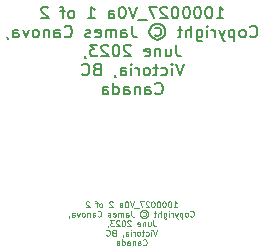
<source format=gbo>
%TF.GenerationSoftware,KiCad,Pcbnew,6.0.10-86aedd382b~118~ubuntu18.04.1*%
%TF.CreationDate,2023-06-08T12:44:11-07:00*%
%TF.ProjectId,1000027_V0,31303030-3032-4375-9f56-302e6b696361,rev?*%
%TF.SameCoordinates,Original*%
%TF.FileFunction,Legend,Bot*%
%TF.FilePolarity,Positive*%
%FSLAX46Y46*%
G04 Gerber Fmt 4.6, Leading zero omitted, Abs format (unit mm)*
G04 Created by KiCad (PCBNEW 6.0.10-86aedd382b~118~ubuntu18.04.1) date 2023-06-08 12:44:11*
%MOMM*%
%LPD*%
G01*
G04 APERTURE LIST*
%ADD10C,0.150000*%
%ADD11C,0.120000*%
G04 APERTURE END LIST*
D10*
X156767857Y-78797380D02*
X157339285Y-78797380D01*
X157053571Y-78797380D02*
X157053571Y-77797380D01*
X157148809Y-77940238D01*
X157244047Y-78035476D01*
X157339285Y-78083095D01*
X156148809Y-77797380D02*
X156053571Y-77797380D01*
X155958333Y-77845000D01*
X155910714Y-77892619D01*
X155863095Y-77987857D01*
X155815476Y-78178333D01*
X155815476Y-78416428D01*
X155863095Y-78606904D01*
X155910714Y-78702142D01*
X155958333Y-78749761D01*
X156053571Y-78797380D01*
X156148809Y-78797380D01*
X156244047Y-78749761D01*
X156291666Y-78702142D01*
X156339285Y-78606904D01*
X156386904Y-78416428D01*
X156386904Y-78178333D01*
X156339285Y-77987857D01*
X156291666Y-77892619D01*
X156244047Y-77845000D01*
X156148809Y-77797380D01*
X155196428Y-77797380D02*
X155101190Y-77797380D01*
X155005952Y-77845000D01*
X154958333Y-77892619D01*
X154910714Y-77987857D01*
X154863095Y-78178333D01*
X154863095Y-78416428D01*
X154910714Y-78606904D01*
X154958333Y-78702142D01*
X155005952Y-78749761D01*
X155101190Y-78797380D01*
X155196428Y-78797380D01*
X155291666Y-78749761D01*
X155339285Y-78702142D01*
X155386904Y-78606904D01*
X155434523Y-78416428D01*
X155434523Y-78178333D01*
X155386904Y-77987857D01*
X155339285Y-77892619D01*
X155291666Y-77845000D01*
X155196428Y-77797380D01*
X154244047Y-77797380D02*
X154148809Y-77797380D01*
X154053571Y-77845000D01*
X154005952Y-77892619D01*
X153958333Y-77987857D01*
X153910714Y-78178333D01*
X153910714Y-78416428D01*
X153958333Y-78606904D01*
X154005952Y-78702142D01*
X154053571Y-78749761D01*
X154148809Y-78797380D01*
X154244047Y-78797380D01*
X154339285Y-78749761D01*
X154386904Y-78702142D01*
X154434523Y-78606904D01*
X154482142Y-78416428D01*
X154482142Y-78178333D01*
X154434523Y-77987857D01*
X154386904Y-77892619D01*
X154339285Y-77845000D01*
X154244047Y-77797380D01*
X153291666Y-77797380D02*
X153196428Y-77797380D01*
X153101190Y-77845000D01*
X153053571Y-77892619D01*
X153005952Y-77987857D01*
X152958333Y-78178333D01*
X152958333Y-78416428D01*
X153005952Y-78606904D01*
X153053571Y-78702142D01*
X153101190Y-78749761D01*
X153196428Y-78797380D01*
X153291666Y-78797380D01*
X153386904Y-78749761D01*
X153434523Y-78702142D01*
X153482142Y-78606904D01*
X153529761Y-78416428D01*
X153529761Y-78178333D01*
X153482142Y-77987857D01*
X153434523Y-77892619D01*
X153386904Y-77845000D01*
X153291666Y-77797380D01*
X152577380Y-77892619D02*
X152529761Y-77845000D01*
X152434523Y-77797380D01*
X152196428Y-77797380D01*
X152101190Y-77845000D01*
X152053571Y-77892619D01*
X152005952Y-77987857D01*
X152005952Y-78083095D01*
X152053571Y-78225952D01*
X152625000Y-78797380D01*
X152005952Y-78797380D01*
X151672619Y-77797380D02*
X151005952Y-77797380D01*
X151434523Y-78797380D01*
X150863095Y-78892619D02*
X150101190Y-78892619D01*
X150005952Y-77797380D02*
X149672619Y-78797380D01*
X149339285Y-77797380D01*
X148815476Y-77797380D02*
X148720238Y-77797380D01*
X148625000Y-77845000D01*
X148577380Y-77892619D01*
X148529761Y-77987857D01*
X148482142Y-78178333D01*
X148482142Y-78416428D01*
X148529761Y-78606904D01*
X148577380Y-78702142D01*
X148625000Y-78749761D01*
X148720238Y-78797380D01*
X148815476Y-78797380D01*
X148910714Y-78749761D01*
X148958333Y-78702142D01*
X149005952Y-78606904D01*
X149053571Y-78416428D01*
X149053571Y-78178333D01*
X149005952Y-77987857D01*
X148958333Y-77892619D01*
X148910714Y-77845000D01*
X148815476Y-77797380D01*
X147625000Y-78797380D02*
X147625000Y-78273571D01*
X147672619Y-78178333D01*
X147767857Y-78130714D01*
X147958333Y-78130714D01*
X148053571Y-78178333D01*
X147625000Y-78749761D02*
X147720238Y-78797380D01*
X147958333Y-78797380D01*
X148053571Y-78749761D01*
X148101190Y-78654523D01*
X148101190Y-78559285D01*
X148053571Y-78464047D01*
X147958333Y-78416428D01*
X147720238Y-78416428D01*
X147625000Y-78368809D01*
X145863095Y-78797380D02*
X146434523Y-78797380D01*
X146148809Y-78797380D02*
X146148809Y-77797380D01*
X146244047Y-77940238D01*
X146339285Y-78035476D01*
X146434523Y-78083095D01*
X144529761Y-78797380D02*
X144625000Y-78749761D01*
X144672619Y-78702142D01*
X144720238Y-78606904D01*
X144720238Y-78321190D01*
X144672619Y-78225952D01*
X144625000Y-78178333D01*
X144529761Y-78130714D01*
X144386904Y-78130714D01*
X144291666Y-78178333D01*
X144244047Y-78225952D01*
X144196428Y-78321190D01*
X144196428Y-78606904D01*
X144244047Y-78702142D01*
X144291666Y-78749761D01*
X144386904Y-78797380D01*
X144529761Y-78797380D01*
X143910714Y-78130714D02*
X143529761Y-78130714D01*
X143767857Y-78797380D02*
X143767857Y-77940238D01*
X143720238Y-77845000D01*
X143625000Y-77797380D01*
X143529761Y-77797380D01*
X142482142Y-77892619D02*
X142434523Y-77845000D01*
X142339285Y-77797380D01*
X142101190Y-77797380D01*
X142005952Y-77845000D01*
X141958333Y-77892619D01*
X141910714Y-77987857D01*
X141910714Y-78083095D01*
X141958333Y-78225952D01*
X142529761Y-78797380D01*
X141910714Y-78797380D01*
X159601190Y-80312142D02*
X159648809Y-80359761D01*
X159791666Y-80407380D01*
X159886904Y-80407380D01*
X160029761Y-80359761D01*
X160125000Y-80264523D01*
X160172619Y-80169285D01*
X160220238Y-79978809D01*
X160220238Y-79835952D01*
X160172619Y-79645476D01*
X160125000Y-79550238D01*
X160029761Y-79455000D01*
X159886904Y-79407380D01*
X159791666Y-79407380D01*
X159648809Y-79455000D01*
X159601190Y-79502619D01*
X159029761Y-80407380D02*
X159125000Y-80359761D01*
X159172619Y-80312142D01*
X159220238Y-80216904D01*
X159220238Y-79931190D01*
X159172619Y-79835952D01*
X159125000Y-79788333D01*
X159029761Y-79740714D01*
X158886904Y-79740714D01*
X158791666Y-79788333D01*
X158744047Y-79835952D01*
X158696428Y-79931190D01*
X158696428Y-80216904D01*
X158744047Y-80312142D01*
X158791666Y-80359761D01*
X158886904Y-80407380D01*
X159029761Y-80407380D01*
X158267857Y-79740714D02*
X158267857Y-80740714D01*
X158267857Y-79788333D02*
X158172619Y-79740714D01*
X157982142Y-79740714D01*
X157886904Y-79788333D01*
X157839285Y-79835952D01*
X157791666Y-79931190D01*
X157791666Y-80216904D01*
X157839285Y-80312142D01*
X157886904Y-80359761D01*
X157982142Y-80407380D01*
X158172619Y-80407380D01*
X158267857Y-80359761D01*
X157458333Y-79740714D02*
X157220238Y-80407380D01*
X156982142Y-79740714D02*
X157220238Y-80407380D01*
X157315476Y-80645476D01*
X157363095Y-80693095D01*
X157458333Y-80740714D01*
X156601190Y-80407380D02*
X156601190Y-79740714D01*
X156601190Y-79931190D02*
X156553571Y-79835952D01*
X156505952Y-79788333D01*
X156410714Y-79740714D01*
X156315476Y-79740714D01*
X155982142Y-80407380D02*
X155982142Y-79740714D01*
X155982142Y-79407380D02*
X156029761Y-79455000D01*
X155982142Y-79502619D01*
X155934523Y-79455000D01*
X155982142Y-79407380D01*
X155982142Y-79502619D01*
X155077380Y-79740714D02*
X155077380Y-80550238D01*
X155125000Y-80645476D01*
X155172619Y-80693095D01*
X155267857Y-80740714D01*
X155410714Y-80740714D01*
X155505952Y-80693095D01*
X155077380Y-80359761D02*
X155172619Y-80407380D01*
X155363095Y-80407380D01*
X155458333Y-80359761D01*
X155505952Y-80312142D01*
X155553571Y-80216904D01*
X155553571Y-79931190D01*
X155505952Y-79835952D01*
X155458333Y-79788333D01*
X155363095Y-79740714D01*
X155172619Y-79740714D01*
X155077380Y-79788333D01*
X154601190Y-80407380D02*
X154601190Y-79407380D01*
X154172619Y-80407380D02*
X154172619Y-79883571D01*
X154220238Y-79788333D01*
X154315476Y-79740714D01*
X154458333Y-79740714D01*
X154553571Y-79788333D01*
X154601190Y-79835952D01*
X153839285Y-79740714D02*
X153458333Y-79740714D01*
X153696428Y-79407380D02*
X153696428Y-80264523D01*
X153648809Y-80359761D01*
X153553571Y-80407380D01*
X153458333Y-80407380D01*
X151553571Y-79645476D02*
X151648809Y-79597857D01*
X151839285Y-79597857D01*
X151934523Y-79645476D01*
X152029761Y-79740714D01*
X152077380Y-79835952D01*
X152077380Y-80026428D01*
X152029761Y-80121666D01*
X151934523Y-80216904D01*
X151839285Y-80264523D01*
X151648809Y-80264523D01*
X151553571Y-80216904D01*
X151744047Y-79264523D02*
X151982142Y-79312142D01*
X152220238Y-79455000D01*
X152363095Y-79693095D01*
X152410714Y-79931190D01*
X152363095Y-80169285D01*
X152220238Y-80407380D01*
X151982142Y-80550238D01*
X151744047Y-80597857D01*
X151505952Y-80550238D01*
X151267857Y-80407380D01*
X151125000Y-80169285D01*
X151077380Y-79931190D01*
X151125000Y-79693095D01*
X151267857Y-79455000D01*
X151505952Y-79312142D01*
X151744047Y-79264523D01*
X149601190Y-79407380D02*
X149601190Y-80121666D01*
X149648809Y-80264523D01*
X149744047Y-80359761D01*
X149886904Y-80407380D01*
X149982142Y-80407380D01*
X148696428Y-80407380D02*
X148696428Y-79883571D01*
X148744047Y-79788333D01*
X148839285Y-79740714D01*
X149029761Y-79740714D01*
X149125000Y-79788333D01*
X148696428Y-80359761D02*
X148791666Y-80407380D01*
X149029761Y-80407380D01*
X149125000Y-80359761D01*
X149172619Y-80264523D01*
X149172619Y-80169285D01*
X149125000Y-80074047D01*
X149029761Y-80026428D01*
X148791666Y-80026428D01*
X148696428Y-79978809D01*
X148220238Y-80407380D02*
X148220238Y-79740714D01*
X148220238Y-79835952D02*
X148172619Y-79788333D01*
X148077380Y-79740714D01*
X147934523Y-79740714D01*
X147839285Y-79788333D01*
X147791666Y-79883571D01*
X147791666Y-80407380D01*
X147791666Y-79883571D02*
X147744047Y-79788333D01*
X147648809Y-79740714D01*
X147505952Y-79740714D01*
X147410714Y-79788333D01*
X147363095Y-79883571D01*
X147363095Y-80407380D01*
X146505952Y-80359761D02*
X146601190Y-80407380D01*
X146791666Y-80407380D01*
X146886904Y-80359761D01*
X146934523Y-80264523D01*
X146934523Y-79883571D01*
X146886904Y-79788333D01*
X146791666Y-79740714D01*
X146601190Y-79740714D01*
X146505952Y-79788333D01*
X146458333Y-79883571D01*
X146458333Y-79978809D01*
X146934523Y-80074047D01*
X146077380Y-80359761D02*
X145982142Y-80407380D01*
X145791666Y-80407380D01*
X145696428Y-80359761D01*
X145648809Y-80264523D01*
X145648809Y-80216904D01*
X145696428Y-80121666D01*
X145791666Y-80074047D01*
X145934523Y-80074047D01*
X146029761Y-80026428D01*
X146077380Y-79931190D01*
X146077380Y-79883571D01*
X146029761Y-79788333D01*
X145934523Y-79740714D01*
X145791666Y-79740714D01*
X145696428Y-79788333D01*
X143886904Y-80312142D02*
X143934523Y-80359761D01*
X144077380Y-80407380D01*
X144172619Y-80407380D01*
X144315476Y-80359761D01*
X144410714Y-80264523D01*
X144458333Y-80169285D01*
X144505952Y-79978809D01*
X144505952Y-79835952D01*
X144458333Y-79645476D01*
X144410714Y-79550238D01*
X144315476Y-79455000D01*
X144172619Y-79407380D01*
X144077380Y-79407380D01*
X143934523Y-79455000D01*
X143886904Y-79502619D01*
X143029761Y-80407380D02*
X143029761Y-79883571D01*
X143077380Y-79788333D01*
X143172619Y-79740714D01*
X143363095Y-79740714D01*
X143458333Y-79788333D01*
X143029761Y-80359761D02*
X143125000Y-80407380D01*
X143363095Y-80407380D01*
X143458333Y-80359761D01*
X143505952Y-80264523D01*
X143505952Y-80169285D01*
X143458333Y-80074047D01*
X143363095Y-80026428D01*
X143125000Y-80026428D01*
X143029761Y-79978809D01*
X142553571Y-79740714D02*
X142553571Y-80407380D01*
X142553571Y-79835952D02*
X142505952Y-79788333D01*
X142410714Y-79740714D01*
X142267857Y-79740714D01*
X142172619Y-79788333D01*
X142125000Y-79883571D01*
X142125000Y-80407380D01*
X141505952Y-80407380D02*
X141601190Y-80359761D01*
X141648809Y-80312142D01*
X141696428Y-80216904D01*
X141696428Y-79931190D01*
X141648809Y-79835952D01*
X141601190Y-79788333D01*
X141505952Y-79740714D01*
X141363095Y-79740714D01*
X141267857Y-79788333D01*
X141220238Y-79835952D01*
X141172619Y-79931190D01*
X141172619Y-80216904D01*
X141220238Y-80312142D01*
X141267857Y-80359761D01*
X141363095Y-80407380D01*
X141505952Y-80407380D01*
X140839285Y-79740714D02*
X140601190Y-80407380D01*
X140363095Y-79740714D01*
X139553571Y-80407380D02*
X139553571Y-79883571D01*
X139601190Y-79788333D01*
X139696428Y-79740714D01*
X139886904Y-79740714D01*
X139982142Y-79788333D01*
X139553571Y-80359761D02*
X139648809Y-80407380D01*
X139886904Y-80407380D01*
X139982142Y-80359761D01*
X140029761Y-80264523D01*
X140029761Y-80169285D01*
X139982142Y-80074047D01*
X139886904Y-80026428D01*
X139648809Y-80026428D01*
X139553571Y-79978809D01*
X139029761Y-80359761D02*
X139029761Y-80407380D01*
X139077380Y-80502619D01*
X139125000Y-80550238D01*
X153339285Y-81017380D02*
X153339285Y-81731666D01*
X153386904Y-81874523D01*
X153482142Y-81969761D01*
X153625000Y-82017380D01*
X153720238Y-82017380D01*
X152434523Y-81350714D02*
X152434523Y-82017380D01*
X152863095Y-81350714D02*
X152863095Y-81874523D01*
X152815476Y-81969761D01*
X152720238Y-82017380D01*
X152577380Y-82017380D01*
X152482142Y-81969761D01*
X152434523Y-81922142D01*
X151958333Y-81350714D02*
X151958333Y-82017380D01*
X151958333Y-81445952D02*
X151910714Y-81398333D01*
X151815476Y-81350714D01*
X151672619Y-81350714D01*
X151577380Y-81398333D01*
X151529761Y-81493571D01*
X151529761Y-82017380D01*
X150672619Y-81969761D02*
X150767857Y-82017380D01*
X150958333Y-82017380D01*
X151053571Y-81969761D01*
X151101190Y-81874523D01*
X151101190Y-81493571D01*
X151053571Y-81398333D01*
X150958333Y-81350714D01*
X150767857Y-81350714D01*
X150672619Y-81398333D01*
X150625000Y-81493571D01*
X150625000Y-81588809D01*
X151101190Y-81684047D01*
X149482142Y-81112619D02*
X149434523Y-81065000D01*
X149339285Y-81017380D01*
X149101190Y-81017380D01*
X149005952Y-81065000D01*
X148958333Y-81112619D01*
X148910714Y-81207857D01*
X148910714Y-81303095D01*
X148958333Y-81445952D01*
X149529761Y-82017380D01*
X148910714Y-82017380D01*
X148291666Y-81017380D02*
X148196428Y-81017380D01*
X148101190Y-81065000D01*
X148053571Y-81112619D01*
X148005952Y-81207857D01*
X147958333Y-81398333D01*
X147958333Y-81636428D01*
X148005952Y-81826904D01*
X148053571Y-81922142D01*
X148101190Y-81969761D01*
X148196428Y-82017380D01*
X148291666Y-82017380D01*
X148386904Y-81969761D01*
X148434523Y-81922142D01*
X148482142Y-81826904D01*
X148529761Y-81636428D01*
X148529761Y-81398333D01*
X148482142Y-81207857D01*
X148434523Y-81112619D01*
X148386904Y-81065000D01*
X148291666Y-81017380D01*
X147577380Y-81112619D02*
X147529761Y-81065000D01*
X147434523Y-81017380D01*
X147196428Y-81017380D01*
X147101190Y-81065000D01*
X147053571Y-81112619D01*
X147005952Y-81207857D01*
X147005952Y-81303095D01*
X147053571Y-81445952D01*
X147625000Y-82017380D01*
X147005952Y-82017380D01*
X146672619Y-81017380D02*
X146053571Y-81017380D01*
X146386904Y-81398333D01*
X146244047Y-81398333D01*
X146148809Y-81445952D01*
X146101190Y-81493571D01*
X146053571Y-81588809D01*
X146053571Y-81826904D01*
X146101190Y-81922142D01*
X146148809Y-81969761D01*
X146244047Y-82017380D01*
X146529761Y-82017380D01*
X146625000Y-81969761D01*
X146672619Y-81922142D01*
X145577380Y-81969761D02*
X145577380Y-82017380D01*
X145625000Y-82112619D01*
X145672619Y-82160238D01*
X153982142Y-82627380D02*
X153648809Y-83627380D01*
X153315476Y-82627380D01*
X152982142Y-83627380D02*
X152982142Y-82960714D01*
X152982142Y-82627380D02*
X153029761Y-82675000D01*
X152982142Y-82722619D01*
X152934523Y-82675000D01*
X152982142Y-82627380D01*
X152982142Y-82722619D01*
X152077380Y-83579761D02*
X152172619Y-83627380D01*
X152363095Y-83627380D01*
X152458333Y-83579761D01*
X152505952Y-83532142D01*
X152553571Y-83436904D01*
X152553571Y-83151190D01*
X152505952Y-83055952D01*
X152458333Y-83008333D01*
X152363095Y-82960714D01*
X152172619Y-82960714D01*
X152077380Y-83008333D01*
X151791666Y-82960714D02*
X151410714Y-82960714D01*
X151648809Y-82627380D02*
X151648809Y-83484523D01*
X151601190Y-83579761D01*
X151505952Y-83627380D01*
X151410714Y-83627380D01*
X150934523Y-83627380D02*
X151029761Y-83579761D01*
X151077380Y-83532142D01*
X151125000Y-83436904D01*
X151125000Y-83151190D01*
X151077380Y-83055952D01*
X151029761Y-83008333D01*
X150934523Y-82960714D01*
X150791666Y-82960714D01*
X150696428Y-83008333D01*
X150648809Y-83055952D01*
X150601190Y-83151190D01*
X150601190Y-83436904D01*
X150648809Y-83532142D01*
X150696428Y-83579761D01*
X150791666Y-83627380D01*
X150934523Y-83627380D01*
X150172619Y-83627380D02*
X150172619Y-82960714D01*
X150172619Y-83151190D02*
X150125000Y-83055952D01*
X150077380Y-83008333D01*
X149982142Y-82960714D01*
X149886904Y-82960714D01*
X149553571Y-83627380D02*
X149553571Y-82960714D01*
X149553571Y-82627380D02*
X149601190Y-82675000D01*
X149553571Y-82722619D01*
X149505952Y-82675000D01*
X149553571Y-82627380D01*
X149553571Y-82722619D01*
X148648809Y-83627380D02*
X148648809Y-83103571D01*
X148696428Y-83008333D01*
X148791666Y-82960714D01*
X148982142Y-82960714D01*
X149077380Y-83008333D01*
X148648809Y-83579761D02*
X148744047Y-83627380D01*
X148982142Y-83627380D01*
X149077380Y-83579761D01*
X149125000Y-83484523D01*
X149125000Y-83389285D01*
X149077380Y-83294047D01*
X148982142Y-83246428D01*
X148744047Y-83246428D01*
X148648809Y-83198809D01*
X148125000Y-83579761D02*
X148125000Y-83627380D01*
X148172619Y-83722619D01*
X148220238Y-83770238D01*
X146601190Y-83103571D02*
X146458333Y-83151190D01*
X146410714Y-83198809D01*
X146363095Y-83294047D01*
X146363095Y-83436904D01*
X146410714Y-83532142D01*
X146458333Y-83579761D01*
X146553571Y-83627380D01*
X146934523Y-83627380D01*
X146934523Y-82627380D01*
X146601190Y-82627380D01*
X146505952Y-82675000D01*
X146458333Y-82722619D01*
X146410714Y-82817857D01*
X146410714Y-82913095D01*
X146458333Y-83008333D01*
X146505952Y-83055952D01*
X146601190Y-83103571D01*
X146934523Y-83103571D01*
X145363095Y-83532142D02*
X145410714Y-83579761D01*
X145553571Y-83627380D01*
X145648809Y-83627380D01*
X145791666Y-83579761D01*
X145886904Y-83484523D01*
X145934523Y-83389285D01*
X145982142Y-83198809D01*
X145982142Y-83055952D01*
X145934523Y-82865476D01*
X145886904Y-82770238D01*
X145791666Y-82675000D01*
X145648809Y-82627380D01*
X145553571Y-82627380D01*
X145410714Y-82675000D01*
X145363095Y-82722619D01*
X151577380Y-85142142D02*
X151625000Y-85189761D01*
X151767857Y-85237380D01*
X151863095Y-85237380D01*
X152005952Y-85189761D01*
X152101190Y-85094523D01*
X152148809Y-84999285D01*
X152196428Y-84808809D01*
X152196428Y-84665952D01*
X152148809Y-84475476D01*
X152101190Y-84380238D01*
X152005952Y-84285000D01*
X151863095Y-84237380D01*
X151767857Y-84237380D01*
X151625000Y-84285000D01*
X151577380Y-84332619D01*
X150720238Y-85237380D02*
X150720238Y-84713571D01*
X150767857Y-84618333D01*
X150863095Y-84570714D01*
X151053571Y-84570714D01*
X151148809Y-84618333D01*
X150720238Y-85189761D02*
X150815476Y-85237380D01*
X151053571Y-85237380D01*
X151148809Y-85189761D01*
X151196428Y-85094523D01*
X151196428Y-84999285D01*
X151148809Y-84904047D01*
X151053571Y-84856428D01*
X150815476Y-84856428D01*
X150720238Y-84808809D01*
X150244047Y-84570714D02*
X150244047Y-85237380D01*
X150244047Y-84665952D02*
X150196428Y-84618333D01*
X150101190Y-84570714D01*
X149958333Y-84570714D01*
X149863095Y-84618333D01*
X149815476Y-84713571D01*
X149815476Y-85237380D01*
X148910714Y-85237380D02*
X148910714Y-84713571D01*
X148958333Y-84618333D01*
X149053571Y-84570714D01*
X149244047Y-84570714D01*
X149339285Y-84618333D01*
X148910714Y-85189761D02*
X149005952Y-85237380D01*
X149244047Y-85237380D01*
X149339285Y-85189761D01*
X149386904Y-85094523D01*
X149386904Y-84999285D01*
X149339285Y-84904047D01*
X149244047Y-84856428D01*
X149005952Y-84856428D01*
X148910714Y-84808809D01*
X148005952Y-85237380D02*
X148005952Y-84237380D01*
X148005952Y-85189761D02*
X148101190Y-85237380D01*
X148291666Y-85237380D01*
X148386904Y-85189761D01*
X148434523Y-85142142D01*
X148482142Y-85046904D01*
X148482142Y-84761190D01*
X148434523Y-84665952D01*
X148386904Y-84618333D01*
X148291666Y-84570714D01*
X148101190Y-84570714D01*
X148005952Y-84618333D01*
X147101190Y-85237380D02*
X147101190Y-84713571D01*
X147148809Y-84618333D01*
X147244047Y-84570714D01*
X147434523Y-84570714D01*
X147529761Y-84618333D01*
X147101190Y-85189761D02*
X147196428Y-85237380D01*
X147434523Y-85237380D01*
X147529761Y-85189761D01*
X147577380Y-85094523D01*
X147577380Y-84999285D01*
X147529761Y-84904047D01*
X147434523Y-84856428D01*
X147196428Y-84856428D01*
X147101190Y-84808809D01*
D11*
X153121428Y-94786190D02*
X153407142Y-94786190D01*
X153264285Y-94786190D02*
X153264285Y-94286190D01*
X153311904Y-94357619D01*
X153359523Y-94405238D01*
X153407142Y-94429047D01*
X152811904Y-94286190D02*
X152764285Y-94286190D01*
X152716666Y-94310000D01*
X152692857Y-94333809D01*
X152669047Y-94381428D01*
X152645238Y-94476666D01*
X152645238Y-94595714D01*
X152669047Y-94690952D01*
X152692857Y-94738571D01*
X152716666Y-94762380D01*
X152764285Y-94786190D01*
X152811904Y-94786190D01*
X152859523Y-94762380D01*
X152883333Y-94738571D01*
X152907142Y-94690952D01*
X152930952Y-94595714D01*
X152930952Y-94476666D01*
X152907142Y-94381428D01*
X152883333Y-94333809D01*
X152859523Y-94310000D01*
X152811904Y-94286190D01*
X152335714Y-94286190D02*
X152288095Y-94286190D01*
X152240476Y-94310000D01*
X152216666Y-94333809D01*
X152192857Y-94381428D01*
X152169047Y-94476666D01*
X152169047Y-94595714D01*
X152192857Y-94690952D01*
X152216666Y-94738571D01*
X152240476Y-94762380D01*
X152288095Y-94786190D01*
X152335714Y-94786190D01*
X152383333Y-94762380D01*
X152407142Y-94738571D01*
X152430952Y-94690952D01*
X152454761Y-94595714D01*
X152454761Y-94476666D01*
X152430952Y-94381428D01*
X152407142Y-94333809D01*
X152383333Y-94310000D01*
X152335714Y-94286190D01*
X151859523Y-94286190D02*
X151811904Y-94286190D01*
X151764285Y-94310000D01*
X151740476Y-94333809D01*
X151716666Y-94381428D01*
X151692857Y-94476666D01*
X151692857Y-94595714D01*
X151716666Y-94690952D01*
X151740476Y-94738571D01*
X151764285Y-94762380D01*
X151811904Y-94786190D01*
X151859523Y-94786190D01*
X151907142Y-94762380D01*
X151930952Y-94738571D01*
X151954761Y-94690952D01*
X151978571Y-94595714D01*
X151978571Y-94476666D01*
X151954761Y-94381428D01*
X151930952Y-94333809D01*
X151907142Y-94310000D01*
X151859523Y-94286190D01*
X151383333Y-94286190D02*
X151335714Y-94286190D01*
X151288095Y-94310000D01*
X151264285Y-94333809D01*
X151240476Y-94381428D01*
X151216666Y-94476666D01*
X151216666Y-94595714D01*
X151240476Y-94690952D01*
X151264285Y-94738571D01*
X151288095Y-94762380D01*
X151335714Y-94786190D01*
X151383333Y-94786190D01*
X151430952Y-94762380D01*
X151454761Y-94738571D01*
X151478571Y-94690952D01*
X151502380Y-94595714D01*
X151502380Y-94476666D01*
X151478571Y-94381428D01*
X151454761Y-94333809D01*
X151430952Y-94310000D01*
X151383333Y-94286190D01*
X151026190Y-94333809D02*
X151002380Y-94310000D01*
X150954761Y-94286190D01*
X150835714Y-94286190D01*
X150788095Y-94310000D01*
X150764285Y-94333809D01*
X150740476Y-94381428D01*
X150740476Y-94429047D01*
X150764285Y-94500476D01*
X151050000Y-94786190D01*
X150740476Y-94786190D01*
X150573809Y-94286190D02*
X150240476Y-94286190D01*
X150454761Y-94786190D01*
X150169047Y-94833809D02*
X149788095Y-94833809D01*
X149740476Y-94286190D02*
X149573809Y-94786190D01*
X149407142Y-94286190D01*
X149145238Y-94286190D02*
X149097619Y-94286190D01*
X149050000Y-94310000D01*
X149026190Y-94333809D01*
X149002380Y-94381428D01*
X148978571Y-94476666D01*
X148978571Y-94595714D01*
X149002380Y-94690952D01*
X149026190Y-94738571D01*
X149050000Y-94762380D01*
X149097619Y-94786190D01*
X149145238Y-94786190D01*
X149192857Y-94762380D01*
X149216666Y-94738571D01*
X149240476Y-94690952D01*
X149264285Y-94595714D01*
X149264285Y-94476666D01*
X149240476Y-94381428D01*
X149216666Y-94333809D01*
X149192857Y-94310000D01*
X149145238Y-94286190D01*
X148550000Y-94786190D02*
X148550000Y-94524285D01*
X148573809Y-94476666D01*
X148621428Y-94452857D01*
X148716666Y-94452857D01*
X148764285Y-94476666D01*
X148550000Y-94762380D02*
X148597619Y-94786190D01*
X148716666Y-94786190D01*
X148764285Y-94762380D01*
X148788095Y-94714761D01*
X148788095Y-94667142D01*
X148764285Y-94619523D01*
X148716666Y-94595714D01*
X148597619Y-94595714D01*
X148550000Y-94571904D01*
X147954761Y-94333809D02*
X147930952Y-94310000D01*
X147883333Y-94286190D01*
X147764285Y-94286190D01*
X147716666Y-94310000D01*
X147692857Y-94333809D01*
X147669047Y-94381428D01*
X147669047Y-94429047D01*
X147692857Y-94500476D01*
X147978571Y-94786190D01*
X147669047Y-94786190D01*
X147002380Y-94786190D02*
X147050000Y-94762380D01*
X147073809Y-94738571D01*
X147097619Y-94690952D01*
X147097619Y-94548095D01*
X147073809Y-94500476D01*
X147050000Y-94476666D01*
X147002380Y-94452857D01*
X146930952Y-94452857D01*
X146883333Y-94476666D01*
X146859523Y-94500476D01*
X146835714Y-94548095D01*
X146835714Y-94690952D01*
X146859523Y-94738571D01*
X146883333Y-94762380D01*
X146930952Y-94786190D01*
X147002380Y-94786190D01*
X146692857Y-94452857D02*
X146502380Y-94452857D01*
X146621428Y-94786190D02*
X146621428Y-94357619D01*
X146597619Y-94310000D01*
X146550000Y-94286190D01*
X146502380Y-94286190D01*
X145978571Y-94333809D02*
X145954761Y-94310000D01*
X145907142Y-94286190D01*
X145788095Y-94286190D01*
X145740476Y-94310000D01*
X145716666Y-94333809D01*
X145692857Y-94381428D01*
X145692857Y-94429047D01*
X145716666Y-94500476D01*
X146002380Y-94786190D01*
X145692857Y-94786190D01*
X154538095Y-95543571D02*
X154561904Y-95567380D01*
X154633333Y-95591190D01*
X154680952Y-95591190D01*
X154752380Y-95567380D01*
X154800000Y-95519761D01*
X154823809Y-95472142D01*
X154847619Y-95376904D01*
X154847619Y-95305476D01*
X154823809Y-95210238D01*
X154800000Y-95162619D01*
X154752380Y-95115000D01*
X154680952Y-95091190D01*
X154633333Y-95091190D01*
X154561904Y-95115000D01*
X154538095Y-95138809D01*
X154252380Y-95591190D02*
X154300000Y-95567380D01*
X154323809Y-95543571D01*
X154347619Y-95495952D01*
X154347619Y-95353095D01*
X154323809Y-95305476D01*
X154300000Y-95281666D01*
X154252380Y-95257857D01*
X154180952Y-95257857D01*
X154133333Y-95281666D01*
X154109523Y-95305476D01*
X154085714Y-95353095D01*
X154085714Y-95495952D01*
X154109523Y-95543571D01*
X154133333Y-95567380D01*
X154180952Y-95591190D01*
X154252380Y-95591190D01*
X153871428Y-95257857D02*
X153871428Y-95757857D01*
X153871428Y-95281666D02*
X153823809Y-95257857D01*
X153728571Y-95257857D01*
X153680952Y-95281666D01*
X153657142Y-95305476D01*
X153633333Y-95353095D01*
X153633333Y-95495952D01*
X153657142Y-95543571D01*
X153680952Y-95567380D01*
X153728571Y-95591190D01*
X153823809Y-95591190D01*
X153871428Y-95567380D01*
X153466666Y-95257857D02*
X153347619Y-95591190D01*
X153228571Y-95257857D02*
X153347619Y-95591190D01*
X153395238Y-95710238D01*
X153419047Y-95734047D01*
X153466666Y-95757857D01*
X153038095Y-95591190D02*
X153038095Y-95257857D01*
X153038095Y-95353095D02*
X153014285Y-95305476D01*
X152990476Y-95281666D01*
X152942857Y-95257857D01*
X152895238Y-95257857D01*
X152728571Y-95591190D02*
X152728571Y-95257857D01*
X152728571Y-95091190D02*
X152752380Y-95115000D01*
X152728571Y-95138809D01*
X152704761Y-95115000D01*
X152728571Y-95091190D01*
X152728571Y-95138809D01*
X152276190Y-95257857D02*
X152276190Y-95662619D01*
X152300000Y-95710238D01*
X152323809Y-95734047D01*
X152371428Y-95757857D01*
X152442857Y-95757857D01*
X152490476Y-95734047D01*
X152276190Y-95567380D02*
X152323809Y-95591190D01*
X152419047Y-95591190D01*
X152466666Y-95567380D01*
X152490476Y-95543571D01*
X152514285Y-95495952D01*
X152514285Y-95353095D01*
X152490476Y-95305476D01*
X152466666Y-95281666D01*
X152419047Y-95257857D01*
X152323809Y-95257857D01*
X152276190Y-95281666D01*
X152038095Y-95591190D02*
X152038095Y-95091190D01*
X151823809Y-95591190D02*
X151823809Y-95329285D01*
X151847619Y-95281666D01*
X151895238Y-95257857D01*
X151966666Y-95257857D01*
X152014285Y-95281666D01*
X152038095Y-95305476D01*
X151657142Y-95257857D02*
X151466666Y-95257857D01*
X151585714Y-95091190D02*
X151585714Y-95519761D01*
X151561904Y-95567380D01*
X151514285Y-95591190D01*
X151466666Y-95591190D01*
X150514285Y-95210238D02*
X150561904Y-95186428D01*
X150657142Y-95186428D01*
X150704761Y-95210238D01*
X150752380Y-95257857D01*
X150776190Y-95305476D01*
X150776190Y-95400714D01*
X150752380Y-95448333D01*
X150704761Y-95495952D01*
X150657142Y-95519761D01*
X150561904Y-95519761D01*
X150514285Y-95495952D01*
X150609523Y-95019761D02*
X150728571Y-95043571D01*
X150847619Y-95115000D01*
X150919047Y-95234047D01*
X150942857Y-95353095D01*
X150919047Y-95472142D01*
X150847619Y-95591190D01*
X150728571Y-95662619D01*
X150609523Y-95686428D01*
X150490476Y-95662619D01*
X150371428Y-95591190D01*
X150300000Y-95472142D01*
X150276190Y-95353095D01*
X150300000Y-95234047D01*
X150371428Y-95115000D01*
X150490476Y-95043571D01*
X150609523Y-95019761D01*
X149538095Y-95091190D02*
X149538095Y-95448333D01*
X149561904Y-95519761D01*
X149609523Y-95567380D01*
X149680952Y-95591190D01*
X149728571Y-95591190D01*
X149085714Y-95591190D02*
X149085714Y-95329285D01*
X149109523Y-95281666D01*
X149157142Y-95257857D01*
X149252380Y-95257857D01*
X149300000Y-95281666D01*
X149085714Y-95567380D02*
X149133333Y-95591190D01*
X149252380Y-95591190D01*
X149300000Y-95567380D01*
X149323809Y-95519761D01*
X149323809Y-95472142D01*
X149300000Y-95424523D01*
X149252380Y-95400714D01*
X149133333Y-95400714D01*
X149085714Y-95376904D01*
X148847619Y-95591190D02*
X148847619Y-95257857D01*
X148847619Y-95305476D02*
X148823809Y-95281666D01*
X148776190Y-95257857D01*
X148704761Y-95257857D01*
X148657142Y-95281666D01*
X148633333Y-95329285D01*
X148633333Y-95591190D01*
X148633333Y-95329285D02*
X148609523Y-95281666D01*
X148561904Y-95257857D01*
X148490476Y-95257857D01*
X148442857Y-95281666D01*
X148419047Y-95329285D01*
X148419047Y-95591190D01*
X147990476Y-95567380D02*
X148038095Y-95591190D01*
X148133333Y-95591190D01*
X148180952Y-95567380D01*
X148204761Y-95519761D01*
X148204761Y-95329285D01*
X148180952Y-95281666D01*
X148133333Y-95257857D01*
X148038095Y-95257857D01*
X147990476Y-95281666D01*
X147966666Y-95329285D01*
X147966666Y-95376904D01*
X148204761Y-95424523D01*
X147776190Y-95567380D02*
X147728571Y-95591190D01*
X147633333Y-95591190D01*
X147585714Y-95567380D01*
X147561904Y-95519761D01*
X147561904Y-95495952D01*
X147585714Y-95448333D01*
X147633333Y-95424523D01*
X147704761Y-95424523D01*
X147752380Y-95400714D01*
X147776190Y-95353095D01*
X147776190Y-95329285D01*
X147752380Y-95281666D01*
X147704761Y-95257857D01*
X147633333Y-95257857D01*
X147585714Y-95281666D01*
X146680952Y-95543571D02*
X146704761Y-95567380D01*
X146776190Y-95591190D01*
X146823809Y-95591190D01*
X146895238Y-95567380D01*
X146942857Y-95519761D01*
X146966666Y-95472142D01*
X146990476Y-95376904D01*
X146990476Y-95305476D01*
X146966666Y-95210238D01*
X146942857Y-95162619D01*
X146895238Y-95115000D01*
X146823809Y-95091190D01*
X146776190Y-95091190D01*
X146704761Y-95115000D01*
X146680952Y-95138809D01*
X146252380Y-95591190D02*
X146252380Y-95329285D01*
X146276190Y-95281666D01*
X146323809Y-95257857D01*
X146419047Y-95257857D01*
X146466666Y-95281666D01*
X146252380Y-95567380D02*
X146300000Y-95591190D01*
X146419047Y-95591190D01*
X146466666Y-95567380D01*
X146490476Y-95519761D01*
X146490476Y-95472142D01*
X146466666Y-95424523D01*
X146419047Y-95400714D01*
X146300000Y-95400714D01*
X146252380Y-95376904D01*
X146014285Y-95257857D02*
X146014285Y-95591190D01*
X146014285Y-95305476D02*
X145990476Y-95281666D01*
X145942857Y-95257857D01*
X145871428Y-95257857D01*
X145823809Y-95281666D01*
X145800000Y-95329285D01*
X145800000Y-95591190D01*
X145490476Y-95591190D02*
X145538095Y-95567380D01*
X145561904Y-95543571D01*
X145585714Y-95495952D01*
X145585714Y-95353095D01*
X145561904Y-95305476D01*
X145538095Y-95281666D01*
X145490476Y-95257857D01*
X145419047Y-95257857D01*
X145371428Y-95281666D01*
X145347619Y-95305476D01*
X145323809Y-95353095D01*
X145323809Y-95495952D01*
X145347619Y-95543571D01*
X145371428Y-95567380D01*
X145419047Y-95591190D01*
X145490476Y-95591190D01*
X145157142Y-95257857D02*
X145038095Y-95591190D01*
X144919047Y-95257857D01*
X144514285Y-95591190D02*
X144514285Y-95329285D01*
X144538095Y-95281666D01*
X144585714Y-95257857D01*
X144680952Y-95257857D01*
X144728571Y-95281666D01*
X144514285Y-95567380D02*
X144561904Y-95591190D01*
X144680952Y-95591190D01*
X144728571Y-95567380D01*
X144752380Y-95519761D01*
X144752380Y-95472142D01*
X144728571Y-95424523D01*
X144680952Y-95400714D01*
X144561904Y-95400714D01*
X144514285Y-95376904D01*
X144252380Y-95567380D02*
X144252380Y-95591190D01*
X144276190Y-95638809D01*
X144300000Y-95662619D01*
X151407142Y-95896190D02*
X151407142Y-96253333D01*
X151430952Y-96324761D01*
X151478571Y-96372380D01*
X151550000Y-96396190D01*
X151597619Y-96396190D01*
X150954761Y-96062857D02*
X150954761Y-96396190D01*
X151169047Y-96062857D02*
X151169047Y-96324761D01*
X151145238Y-96372380D01*
X151097619Y-96396190D01*
X151026190Y-96396190D01*
X150978571Y-96372380D01*
X150954761Y-96348571D01*
X150716666Y-96062857D02*
X150716666Y-96396190D01*
X150716666Y-96110476D02*
X150692857Y-96086666D01*
X150645238Y-96062857D01*
X150573809Y-96062857D01*
X150526190Y-96086666D01*
X150502380Y-96134285D01*
X150502380Y-96396190D01*
X150073809Y-96372380D02*
X150121428Y-96396190D01*
X150216666Y-96396190D01*
X150264285Y-96372380D01*
X150288095Y-96324761D01*
X150288095Y-96134285D01*
X150264285Y-96086666D01*
X150216666Y-96062857D01*
X150121428Y-96062857D01*
X150073809Y-96086666D01*
X150050000Y-96134285D01*
X150050000Y-96181904D01*
X150288095Y-96229523D01*
X149478571Y-95943809D02*
X149454761Y-95920000D01*
X149407142Y-95896190D01*
X149288095Y-95896190D01*
X149240476Y-95920000D01*
X149216666Y-95943809D01*
X149192857Y-95991428D01*
X149192857Y-96039047D01*
X149216666Y-96110476D01*
X149502380Y-96396190D01*
X149192857Y-96396190D01*
X148883333Y-95896190D02*
X148835714Y-95896190D01*
X148788095Y-95920000D01*
X148764285Y-95943809D01*
X148740476Y-95991428D01*
X148716666Y-96086666D01*
X148716666Y-96205714D01*
X148740476Y-96300952D01*
X148764285Y-96348571D01*
X148788095Y-96372380D01*
X148835714Y-96396190D01*
X148883333Y-96396190D01*
X148930952Y-96372380D01*
X148954761Y-96348571D01*
X148978571Y-96300952D01*
X149002380Y-96205714D01*
X149002380Y-96086666D01*
X148978571Y-95991428D01*
X148954761Y-95943809D01*
X148930952Y-95920000D01*
X148883333Y-95896190D01*
X148526190Y-95943809D02*
X148502380Y-95920000D01*
X148454761Y-95896190D01*
X148335714Y-95896190D01*
X148288095Y-95920000D01*
X148264285Y-95943809D01*
X148240476Y-95991428D01*
X148240476Y-96039047D01*
X148264285Y-96110476D01*
X148550000Y-96396190D01*
X148240476Y-96396190D01*
X148073809Y-95896190D02*
X147764285Y-95896190D01*
X147930952Y-96086666D01*
X147859523Y-96086666D01*
X147811904Y-96110476D01*
X147788095Y-96134285D01*
X147764285Y-96181904D01*
X147764285Y-96300952D01*
X147788095Y-96348571D01*
X147811904Y-96372380D01*
X147859523Y-96396190D01*
X148002380Y-96396190D01*
X148050000Y-96372380D01*
X148073809Y-96348571D01*
X147526190Y-96372380D02*
X147526190Y-96396190D01*
X147550000Y-96443809D01*
X147573809Y-96467619D01*
X151728571Y-96701190D02*
X151561904Y-97201190D01*
X151395238Y-96701190D01*
X151228571Y-97201190D02*
X151228571Y-96867857D01*
X151228571Y-96701190D02*
X151252380Y-96725000D01*
X151228571Y-96748809D01*
X151204761Y-96725000D01*
X151228571Y-96701190D01*
X151228571Y-96748809D01*
X150776190Y-97177380D02*
X150823809Y-97201190D01*
X150919047Y-97201190D01*
X150966666Y-97177380D01*
X150990476Y-97153571D01*
X151014285Y-97105952D01*
X151014285Y-96963095D01*
X150990476Y-96915476D01*
X150966666Y-96891666D01*
X150919047Y-96867857D01*
X150823809Y-96867857D01*
X150776190Y-96891666D01*
X150633333Y-96867857D02*
X150442857Y-96867857D01*
X150561904Y-96701190D02*
X150561904Y-97129761D01*
X150538095Y-97177380D01*
X150490476Y-97201190D01*
X150442857Y-97201190D01*
X150204761Y-97201190D02*
X150252380Y-97177380D01*
X150276190Y-97153571D01*
X150300000Y-97105952D01*
X150300000Y-96963095D01*
X150276190Y-96915476D01*
X150252380Y-96891666D01*
X150204761Y-96867857D01*
X150133333Y-96867857D01*
X150085714Y-96891666D01*
X150061904Y-96915476D01*
X150038095Y-96963095D01*
X150038095Y-97105952D01*
X150061904Y-97153571D01*
X150085714Y-97177380D01*
X150133333Y-97201190D01*
X150204761Y-97201190D01*
X149823809Y-97201190D02*
X149823809Y-96867857D01*
X149823809Y-96963095D02*
X149800000Y-96915476D01*
X149776190Y-96891666D01*
X149728571Y-96867857D01*
X149680952Y-96867857D01*
X149514285Y-97201190D02*
X149514285Y-96867857D01*
X149514285Y-96701190D02*
X149538095Y-96725000D01*
X149514285Y-96748809D01*
X149490476Y-96725000D01*
X149514285Y-96701190D01*
X149514285Y-96748809D01*
X149061904Y-97201190D02*
X149061904Y-96939285D01*
X149085714Y-96891666D01*
X149133333Y-96867857D01*
X149228571Y-96867857D01*
X149276190Y-96891666D01*
X149061904Y-97177380D02*
X149109523Y-97201190D01*
X149228571Y-97201190D01*
X149276190Y-97177380D01*
X149300000Y-97129761D01*
X149300000Y-97082142D01*
X149276190Y-97034523D01*
X149228571Y-97010714D01*
X149109523Y-97010714D01*
X149061904Y-96986904D01*
X148800000Y-97177380D02*
X148800000Y-97201190D01*
X148823809Y-97248809D01*
X148847619Y-97272619D01*
X148038095Y-96939285D02*
X147966666Y-96963095D01*
X147942857Y-96986904D01*
X147919047Y-97034523D01*
X147919047Y-97105952D01*
X147942857Y-97153571D01*
X147966666Y-97177380D01*
X148014285Y-97201190D01*
X148204761Y-97201190D01*
X148204761Y-96701190D01*
X148038095Y-96701190D01*
X147990476Y-96725000D01*
X147966666Y-96748809D01*
X147942857Y-96796428D01*
X147942857Y-96844047D01*
X147966666Y-96891666D01*
X147990476Y-96915476D01*
X148038095Y-96939285D01*
X148204761Y-96939285D01*
X147419047Y-97153571D02*
X147442857Y-97177380D01*
X147514285Y-97201190D01*
X147561904Y-97201190D01*
X147633333Y-97177380D01*
X147680952Y-97129761D01*
X147704761Y-97082142D01*
X147728571Y-96986904D01*
X147728571Y-96915476D01*
X147704761Y-96820238D01*
X147680952Y-96772619D01*
X147633333Y-96725000D01*
X147561904Y-96701190D01*
X147514285Y-96701190D01*
X147442857Y-96725000D01*
X147419047Y-96748809D01*
X150526190Y-97958571D02*
X150550000Y-97982380D01*
X150621428Y-98006190D01*
X150669047Y-98006190D01*
X150740476Y-97982380D01*
X150788095Y-97934761D01*
X150811904Y-97887142D01*
X150835714Y-97791904D01*
X150835714Y-97720476D01*
X150811904Y-97625238D01*
X150788095Y-97577619D01*
X150740476Y-97530000D01*
X150669047Y-97506190D01*
X150621428Y-97506190D01*
X150550000Y-97530000D01*
X150526190Y-97553809D01*
X150097619Y-98006190D02*
X150097619Y-97744285D01*
X150121428Y-97696666D01*
X150169047Y-97672857D01*
X150264285Y-97672857D01*
X150311904Y-97696666D01*
X150097619Y-97982380D02*
X150145238Y-98006190D01*
X150264285Y-98006190D01*
X150311904Y-97982380D01*
X150335714Y-97934761D01*
X150335714Y-97887142D01*
X150311904Y-97839523D01*
X150264285Y-97815714D01*
X150145238Y-97815714D01*
X150097619Y-97791904D01*
X149859523Y-97672857D02*
X149859523Y-98006190D01*
X149859523Y-97720476D02*
X149835714Y-97696666D01*
X149788095Y-97672857D01*
X149716666Y-97672857D01*
X149669047Y-97696666D01*
X149645238Y-97744285D01*
X149645238Y-98006190D01*
X149192857Y-98006190D02*
X149192857Y-97744285D01*
X149216666Y-97696666D01*
X149264285Y-97672857D01*
X149359523Y-97672857D01*
X149407142Y-97696666D01*
X149192857Y-97982380D02*
X149240476Y-98006190D01*
X149359523Y-98006190D01*
X149407142Y-97982380D01*
X149430952Y-97934761D01*
X149430952Y-97887142D01*
X149407142Y-97839523D01*
X149359523Y-97815714D01*
X149240476Y-97815714D01*
X149192857Y-97791904D01*
X148740476Y-98006190D02*
X148740476Y-97506190D01*
X148740476Y-97982380D02*
X148788095Y-98006190D01*
X148883333Y-98006190D01*
X148930952Y-97982380D01*
X148954761Y-97958571D01*
X148978571Y-97910952D01*
X148978571Y-97768095D01*
X148954761Y-97720476D01*
X148930952Y-97696666D01*
X148883333Y-97672857D01*
X148788095Y-97672857D01*
X148740476Y-97696666D01*
X148288095Y-98006190D02*
X148288095Y-97744285D01*
X148311904Y-97696666D01*
X148359523Y-97672857D01*
X148454761Y-97672857D01*
X148502380Y-97696666D01*
X148288095Y-97982380D02*
X148335714Y-98006190D01*
X148454761Y-98006190D01*
X148502380Y-97982380D01*
X148526190Y-97934761D01*
X148526190Y-97887142D01*
X148502380Y-97839523D01*
X148454761Y-97815714D01*
X148335714Y-97815714D01*
X148288095Y-97791904D01*
M02*

</source>
